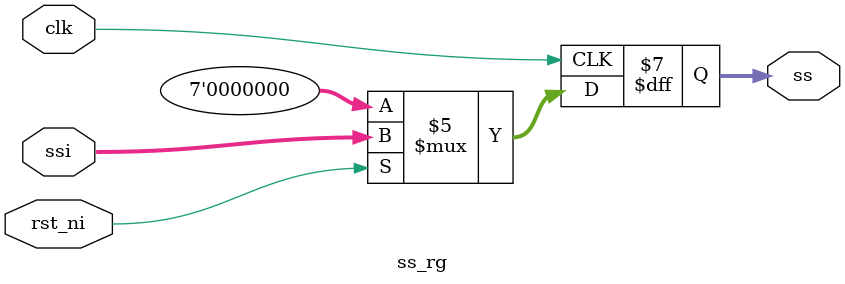
<source format=sv>
module ss_rg 
(input clk, rst_ni,
 input [6:0] ssi,
 output reg [6:0] ss);

initial ss = 0;

always @(posedge clk )
if (!rst_ni) 
	ss <= 0;
else 
	ss <= ssi;

			
endmodule 
</source>
